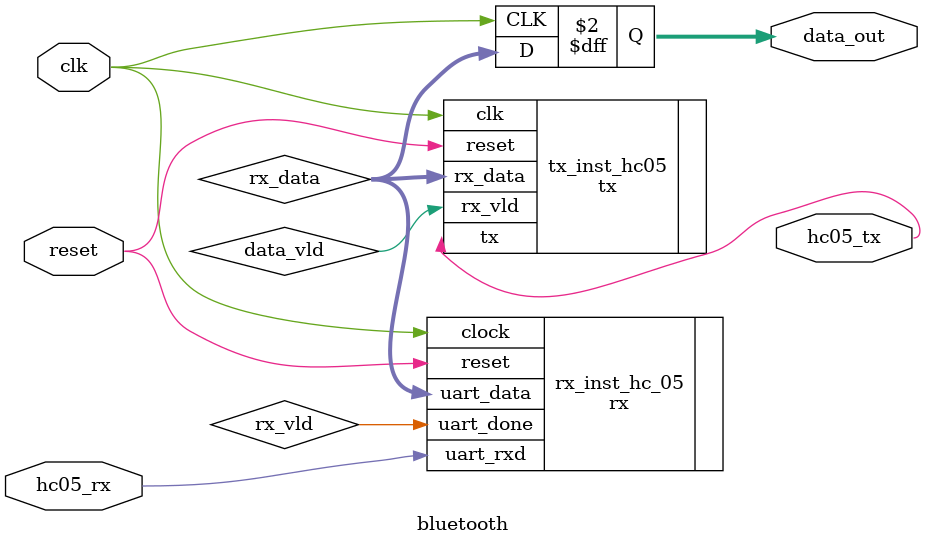
<source format=v>
module	bluetooth(
							clk				,
							reset			,
							hc05_rx			,
		        			hc05_tx			,
		        			data_out
);
        input        wire         clk;
        input        wire         reset;
        input        wire         hc05_rx;

        output                    hc05_tx;
        output       reg [7:0]    data_out;

		wire			[ 7:0]	data		    ;
		wire					    data_vld	;
	    wire			[ 7:0]	rx_data	;
		wire					    rx_vld		;
		

       parameter  CLK_FREQ = 24000000;
       parameter  UART_BPS = 9600;


       always @ (posedge clk) 
 
           data_out  <= rx_data;



		tx						tx_inst_hc05
		(
			.clk				(clk		),
			.reset	            (reset		),
			.rx_vld	            (data_vld	),
			.rx_data	        (rx_data		),
			.tx                 (hc05_tx	)

		);
		

		
		rx           #(
    .CLK_FREQ (CLK_FREQ),
    .UART_BPS (UART_BPS)
)          rx_inst_hc_05
		(
			 .clock				(clk		),
			 .reset	            (reset		),
			 .uart_rxd		        (hc05_rx	),
			 .uart_data	        (rx_data	),
			 .uart_done	        (rx_vld		)
		);
		


		
		
endmodule
</source>
